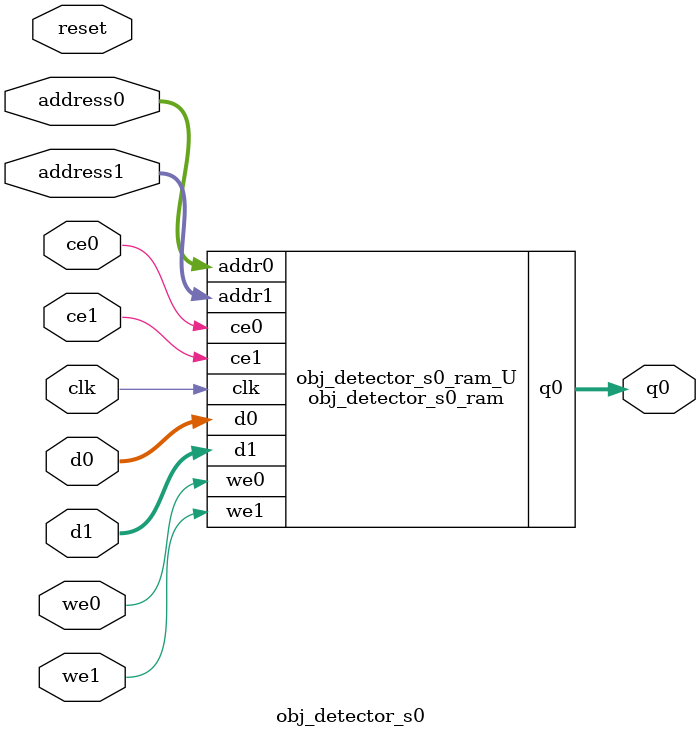
<source format=v>

`timescale 1 ns / 1 ps
module obj_detector_s0_ram (addr0, ce0, d0, we0, q0, addr1, ce1, d1, we1,  clk);

parameter DWIDTH = 32;
parameter AWIDTH = 12;
parameter MEM_SIZE = 3456;

input[AWIDTH-1:0] addr0;
input ce0;
input[DWIDTH-1:0] d0;
input we0;
output reg[DWIDTH-1:0] q0;
input[AWIDTH-1:0] addr1;
input ce1;
input[DWIDTH-1:0] d1;
input we1;
input clk;

(* ram_style = "block" *)reg [DWIDTH-1:0] ram[MEM_SIZE-1:0];




always @(posedge clk)  
begin 
    if (ce0) 
    begin
        if (we0) 
        begin 
            ram[addr0] <= d0; 
            q0 <= d0;
        end 
        else 
            q0 <= ram[addr0];
    end
end


always @(posedge clk)  
begin 
    if (ce1) 
    begin
        if (we1) 
        begin 
            ram[addr1] <= d1; 
        end 
    end
end


endmodule


`timescale 1 ns / 1 ps
module obj_detector_s0(
    reset,
    clk,
    address0,
    ce0,
    we0,
    d0,
    q0,
    address1,
    ce1,
    we1,
    d1);

parameter DataWidth = 32'd32;
parameter AddressRange = 32'd3456;
parameter AddressWidth = 32'd12;
input reset;
input clk;
input[AddressWidth - 1:0] address0;
input ce0;
input we0;
input[DataWidth - 1:0] d0;
output[DataWidth - 1:0] q0;
input[AddressWidth - 1:0] address1;
input ce1;
input we1;
input[DataWidth - 1:0] d1;



obj_detector_s0_ram obj_detector_s0_ram_U(
    .clk( clk ),
    .addr0( address0 ),
    .ce0( ce0 ),
    .d0( d0 ),
    .we0( we0 ),
    .q0( q0 ),
    .addr1( address1 ),
    .ce1( ce1 ),
    .d1( d1 ),
    .we1( we1 ));

endmodule


</source>
